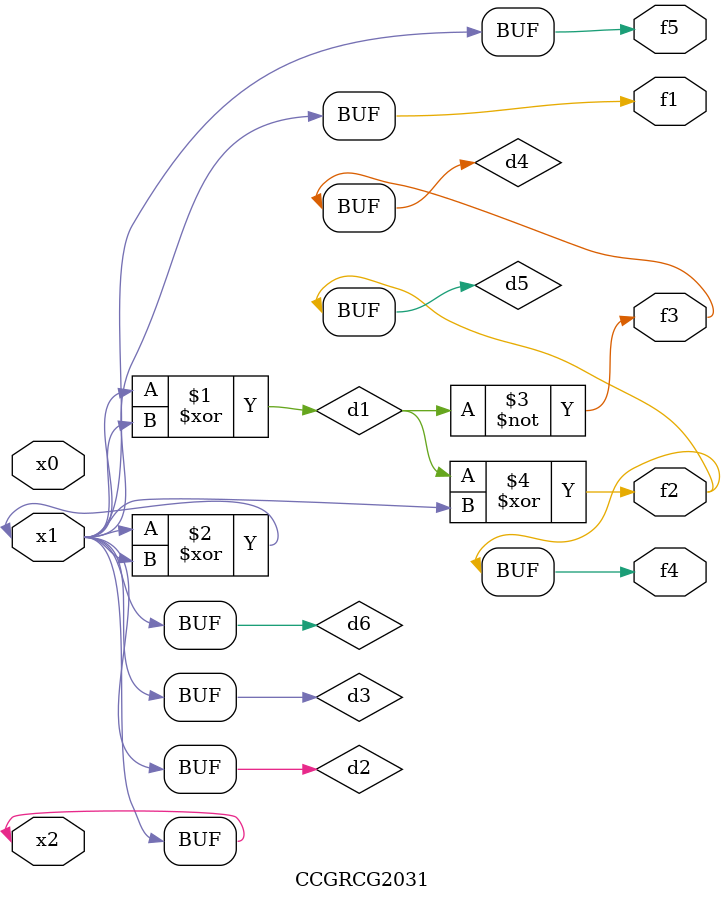
<source format=v>
module CCGRCG2031(
	input x0, x1, x2,
	output f1, f2, f3, f4, f5
);

	wire d1, d2, d3, d4, d5, d6;

	xor (d1, x1, x2);
	buf (d2, x1, x2);
	xor (d3, x1, x2);
	nor (d4, d1);
	xor (d5, d1, d2);
	buf (d6, d2, d3);
	assign f1 = d6;
	assign f2 = d5;
	assign f3 = d4;
	assign f4 = d5;
	assign f5 = d6;
endmodule

</source>
